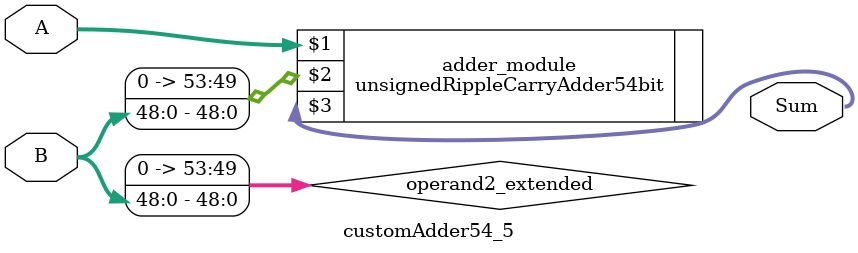
<source format=v>
module customAdder54_5(
                        input [53 : 0] A,
                        input [48 : 0] B,
                        
                        output [54 : 0] Sum
                );

        wire [53 : 0] operand2_extended;
        
        assign operand2_extended =  {5'b0, B};
        
        unsignedRippleCarryAdder54bit adder_module(
            A,
            operand2_extended,
            Sum
        );
        
        endmodule
        
</source>
